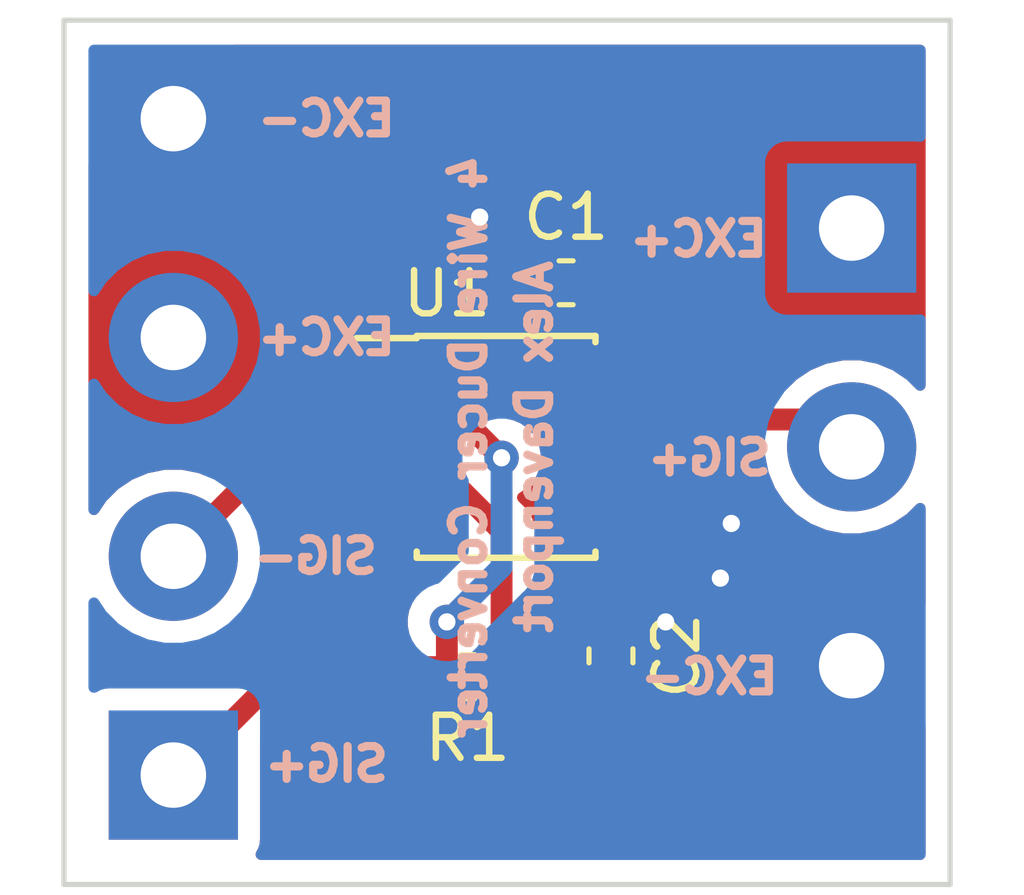
<source format=kicad_pcb>
(kicad_pcb (version 20171130) (host pcbnew "(5.1.6)-1")

  (general
    (thickness 1.6)
    (drawings 13)
    (tracks 31)
    (zones 0)
    (modules 6)
    (nets 8)
  )

  (page A4)
  (layers
    (0 F.Cu signal)
    (31 B.Cu signal)
    (32 B.Adhes user)
    (33 F.Adhes user)
    (34 B.Paste user)
    (35 F.Paste user)
    (36 B.SilkS user)
    (37 F.SilkS user)
    (38 B.Mask user)
    (39 F.Mask user)
    (40 Dwgs.User user)
    (41 Cmts.User user)
    (42 Eco1.User user)
    (43 Eco2.User user)
    (44 Edge.Cuts user)
    (45 Margin user)
    (46 B.CrtYd user hide)
    (47 F.CrtYd user hide)
    (48 B.Fab user hide)
    (49 F.Fab user hide)
  )

  (setup
    (last_trace_width 0.508)
    (user_trace_width 0.508)
    (trace_clearance 0.2)
    (zone_clearance 0.508)
    (zone_45_only no)
    (trace_min 0.2)
    (via_size 0.8)
    (via_drill 0.4)
    (via_min_size 0.4)
    (via_min_drill 0.3)
    (uvia_size 0.3)
    (uvia_drill 0.1)
    (uvias_allowed no)
    (uvia_min_size 0.2)
    (uvia_min_drill 0.1)
    (edge_width 0.05)
    (segment_width 0.2)
    (pcb_text_width 0.3)
    (pcb_text_size 1.5 1.5)
    (mod_edge_width 0.12)
    (mod_text_size 1 1)
    (mod_text_width 0.15)
    (pad_size 1.524 1.524)
    (pad_drill 0.762)
    (pad_to_mask_clearance 0.051)
    (solder_mask_min_width 0.25)
    (aux_axis_origin 0 0)
    (visible_elements 7FFFFFFF)
    (pcbplotparams
      (layerselection 0x010fc_ffffffff)
      (usegerberextensions false)
      (usegerberattributes false)
      (usegerberadvancedattributes false)
      (creategerberjobfile false)
      (excludeedgelayer true)
      (linewidth 0.100000)
      (plotframeref false)
      (viasonmask false)
      (mode 1)
      (useauxorigin false)
      (hpglpennumber 1)
      (hpglpenspeed 20)
      (hpglpendiameter 15.000000)
      (psnegative false)
      (psa4output false)
      (plotreference true)
      (plotvalue true)
      (plotinvisibletext false)
      (padsonsilk false)
      (subtractmaskfromsilk false)
      (outputformat 1)
      (mirror false)
      (drillshape 0)
      (scaleselection 1)
      (outputdirectory "gerbers/"))
  )

  (net 0 "")
  (net 1 +5V)
  (net 2 out)
  (net 3 GND)
  (net 4 in_n)
  (net 5 in_p)
  (net 6 "Net-(R1-Pad2)")
  (net 7 "Net-(R1-Pad1)")

  (net_class Default "This is the default net class."
    (clearance 0.2)
    (trace_width 0.25)
    (via_dia 0.8)
    (via_drill 0.4)
    (uvia_dia 0.3)
    (uvia_drill 0.1)
    (add_net +5V)
    (add_net GND)
    (add_net "Net-(R1-Pad1)")
    (add_net "Net-(R1-Pad2)")
    (add_net in_n)
    (add_net in_p)
    (add_net out)
  )

  (module Resistor_SMD:R_0603_1608Metric (layer F.Cu) (tedit 5B301BBD) (tstamp 5F59B152)
    (at 168.1225 86.36 180)
    (descr "Resistor SMD 0603 (1608 Metric), square (rectangular) end terminal, IPC_7351 nominal, (Body size source: http://www.tortai-tech.com/upload/download/2011102023233369053.pdf), generated with kicad-footprint-generator")
    (tags resistor)
    (path /5E5A59A0)
    (attr smd)
    (fp_text reference R1 (at 0 -1.43) (layer F.SilkS)
      (effects (font (size 1 1) (thickness 0.15)))
    )
    (fp_text value RG (at 0 1.43) (layer F.Fab)
      (effects (font (size 1 1) (thickness 0.15)))
    )
    (fp_line (start 1.48 0.73) (end -1.48 0.73) (layer F.CrtYd) (width 0.05))
    (fp_line (start 1.48 -0.73) (end 1.48 0.73) (layer F.CrtYd) (width 0.05))
    (fp_line (start -1.48 -0.73) (end 1.48 -0.73) (layer F.CrtYd) (width 0.05))
    (fp_line (start -1.48 0.73) (end -1.48 -0.73) (layer F.CrtYd) (width 0.05))
    (fp_line (start -0.162779 0.51) (end 0.162779 0.51) (layer F.SilkS) (width 0.12))
    (fp_line (start -0.162779 -0.51) (end 0.162779 -0.51) (layer F.SilkS) (width 0.12))
    (fp_line (start 0.8 0.4) (end -0.8 0.4) (layer F.Fab) (width 0.1))
    (fp_line (start 0.8 -0.4) (end 0.8 0.4) (layer F.Fab) (width 0.1))
    (fp_line (start -0.8 -0.4) (end 0.8 -0.4) (layer F.Fab) (width 0.1))
    (fp_line (start -0.8 0.4) (end -0.8 -0.4) (layer F.Fab) (width 0.1))
    (fp_text user %R (at 0 0) (layer F.Fab)
      (effects (font (size 0.4 0.4) (thickness 0.06)))
    )
    (pad 2 smd roundrect (at 0.7875 0 180) (size 0.875 0.95) (layers F.Cu F.Paste F.Mask) (roundrect_rratio 0.25)
      (net 6 "Net-(R1-Pad2)"))
    (pad 1 smd roundrect (at -0.7875 0 180) (size 0.875 0.95) (layers F.Cu F.Paste F.Mask) (roundrect_rratio 0.25)
      (net 7 "Net-(R1-Pad1)"))
    (model ${KISYS3DMOD}/Resistor_SMD.3dshapes/R_0603_1608Metric.wrl
      (at (xyz 0 0 0))
      (scale (xyz 1 1 1))
      (rotate (xyz 0 0 0))
    )
  )

  (module Capacitor_SMD:C_0603_1608Metric (layer F.Cu) (tedit 5B301BBE) (tstamp 5F59B32B)
    (at 171.45 85.8775 90)
    (descr "Capacitor SMD 0603 (1608 Metric), square (rectangular) end terminal, IPC_7351 nominal, (Body size source: http://www.tortai-tech.com/upload/download/2011102023233369053.pdf), generated with kicad-footprint-generator")
    (tags capacitor)
    (path /5E59F390)
    (attr smd)
    (fp_text reference C2 (at 0 1.524 90) (layer F.SilkS)
      (effects (font (size 1 1) (thickness 0.15)))
    )
    (fp_text value C (at 0 1.43 90) (layer F.Fab)
      (effects (font (size 1 1) (thickness 0.15)))
    )
    (fp_line (start 1.48 0.73) (end -1.48 0.73) (layer F.CrtYd) (width 0.05))
    (fp_line (start 1.48 -0.73) (end 1.48 0.73) (layer F.CrtYd) (width 0.05))
    (fp_line (start -1.48 -0.73) (end 1.48 -0.73) (layer F.CrtYd) (width 0.05))
    (fp_line (start -1.48 0.73) (end -1.48 -0.73) (layer F.CrtYd) (width 0.05))
    (fp_line (start -0.162779 0.51) (end 0.162779 0.51) (layer F.SilkS) (width 0.12))
    (fp_line (start -0.162779 -0.51) (end 0.162779 -0.51) (layer F.SilkS) (width 0.12))
    (fp_line (start 0.8 0.4) (end -0.8 0.4) (layer F.Fab) (width 0.1))
    (fp_line (start 0.8 -0.4) (end 0.8 0.4) (layer F.Fab) (width 0.1))
    (fp_line (start -0.8 -0.4) (end 0.8 -0.4) (layer F.Fab) (width 0.1))
    (fp_line (start -0.8 0.4) (end -0.8 -0.4) (layer F.Fab) (width 0.1))
    (fp_text user %R (at 0 0 90) (layer F.Fab)
      (effects (font (size 0.4 0.4) (thickness 0.06)))
    )
    (pad 2 smd roundrect (at 0.7875 0 90) (size 0.875 0.95) (layers F.Cu F.Paste F.Mask) (roundrect_rratio 0.25)
      (net 3 GND))
    (pad 1 smd roundrect (at -0.7875 0 90) (size 0.875 0.95) (layers F.Cu F.Paste F.Mask) (roundrect_rratio 0.25)
      (net 1 +5V))
    (model ${KISYS3DMOD}/Capacitor_SMD.3dshapes/C_0603_1608Metric.wrl
      (at (xyz 0 0 0))
      (scale (xyz 1 1 1))
      (rotate (xyz 0 0 0))
    )
  )

  (module Capacitor_SMD:C_0603_1608Metric (layer F.Cu) (tedit 5B301BBE) (tstamp 5E584880)
    (at 170.4085 77.216 180)
    (descr "Capacitor SMD 0603 (1608 Metric), square (rectangular) end terminal, IPC_7351 nominal, (Body size source: http://www.tortai-tech.com/upload/download/2011102023233369053.pdf), generated with kicad-footprint-generator")
    (tags capacitor)
    (path /5E59E616)
    (attr smd)
    (fp_text reference C1 (at 0 1.524 180) (layer F.SilkS)
      (effects (font (size 1 1) (thickness 0.15)))
    )
    (fp_text value C (at 0 1.43 180) (layer F.Fab)
      (effects (font (size 1 1) (thickness 0.15)))
    )
    (fp_line (start 1.48 0.73) (end -1.48 0.73) (layer F.CrtYd) (width 0.05))
    (fp_line (start 1.48 -0.73) (end 1.48 0.73) (layer F.CrtYd) (width 0.05))
    (fp_line (start -1.48 -0.73) (end 1.48 -0.73) (layer F.CrtYd) (width 0.05))
    (fp_line (start -1.48 0.73) (end -1.48 -0.73) (layer F.CrtYd) (width 0.05))
    (fp_line (start -0.162779 0.51) (end 0.162779 0.51) (layer F.SilkS) (width 0.12))
    (fp_line (start -0.162779 -0.51) (end 0.162779 -0.51) (layer F.SilkS) (width 0.12))
    (fp_line (start 0.8 0.4) (end -0.8 0.4) (layer F.Fab) (width 0.1))
    (fp_line (start 0.8 -0.4) (end 0.8 0.4) (layer F.Fab) (width 0.1))
    (fp_line (start -0.8 -0.4) (end 0.8 -0.4) (layer F.Fab) (width 0.1))
    (fp_line (start -0.8 0.4) (end -0.8 -0.4) (layer F.Fab) (width 0.1))
    (fp_text user %R (at 0 0 180) (layer F.Fab)
      (effects (font (size 0.4 0.4) (thickness 0.06)))
    )
    (pad 2 smd roundrect (at 0.7875 0 180) (size 0.875 0.95) (layers F.Cu F.Paste F.Mask) (roundrect_rratio 0.25)
      (net 3 GND))
    (pad 1 smd roundrect (at -0.7875 0 180) (size 0.875 0.95) (layers F.Cu F.Paste F.Mask) (roundrect_rratio 0.25)
      (net 1 +5V))
    (model ${KISYS3DMOD}/Capacitor_SMD.3dshapes/C_0603_1608Metric.wrl
      (at (xyz 0 0 0))
      (scale (xyz 1 1 1))
      (rotate (xyz 0 0 0))
    )
  )

  (module TerminalBlock:TerminalBlock_bornier-3_P5.08mm (layer F.Cu) (tedit 5E57F28C) (tstamp 5E584BCA)
    (at 177.038 75.946 270)
    (descr "simple 3-pin terminal block, pitch 5.08mm, revamped version of bornier3")
    (tags "terminal block bornier3")
    (path /5E589920)
    (fp_text reference J1 (at 5.05 -4.65 270) (layer F.SilkS) hide
      (effects (font (size 1 1) (thickness 0.15)))
    )
    (fp_text value Screw_Terminal_01x03 (at 5.08 5.08 270) (layer F.Fab)
      (effects (font (size 1 1) (thickness 0.15)))
    )
    (fp_line (start 12.88 4) (end -2.72 4) (layer F.CrtYd) (width 0.05))
    (fp_line (start 12.88 4) (end 12.88 -4) (layer F.CrtYd) (width 0.05))
    (fp_line (start -2.72 -4) (end -2.72 4) (layer F.CrtYd) (width 0.05))
    (fp_line (start -2.72 -4) (end 12.88 -4) (layer F.CrtYd) (width 0.05))
    (fp_line (start -2.47 3.75) (end -2.47 -3.75) (layer F.Fab) (width 0.1))
    (fp_line (start 12.63 3.75) (end -2.47 3.75) (layer F.Fab) (width 0.1))
    (fp_line (start 12.63 -3.75) (end 12.63 3.75) (layer F.Fab) (width 0.1))
    (fp_line (start -2.47 -3.75) (end 12.63 -3.75) (layer F.Fab) (width 0.1))
    (fp_line (start -2.47 2.55) (end 12.63 2.55) (layer F.Fab) (width 0.1))
    (fp_text user %R (at 5.08 0 270) (layer F.Fab)
      (effects (font (size 1 1) (thickness 0.15)))
    )
    (pad 3 thru_hole circle (at 10.16 0 270) (size 3 3) (drill 1.52) (layers *.Cu *.Mask)
      (net 3 GND))
    (pad 2 thru_hole circle (at 5.08 0 270) (size 3 3) (drill 1.52) (layers *.Cu *.Mask)
      (net 2 out))
    (pad 1 thru_hole rect (at 0 0 270) (size 3 3) (drill 1.52) (layers *.Cu *.Mask)
      (net 1 +5V))
    (model ${KISYS3DMOD}/Terminal_Blocks.3dshapes/TerminalBlock_bornier-3_P5.08mm.wrl
      (offset (xyz 5.08 0 0))
      (scale (xyz 1 1 1))
      (rotate (xyz 0 0 0))
    )
  )

  (module TerminalBlock:TerminalBlock_bornier-4_P5.08mm (layer F.Cu) (tedit 5E57F263) (tstamp 5E57F4E0)
    (at 161.29 88.646 90)
    (descr "simple 4-pin terminal block, pitch 5.08mm, revamped version of bornier4")
    (tags "terminal block bornier4")
    (path /5E5876D4)
    (fp_text reference J2 (at 7.6 -4.8 90) (layer F.SilkS) hide
      (effects (font (size 1 1) (thickness 0.15)))
    )
    (fp_text value Screw_Terminal_01x04 (at 7.366 22.86 90) (layer F.Fab)
      (effects (font (size 1 1) (thickness 0.15)))
    )
    (fp_line (start 17.97 4) (end -2.73 4) (layer F.CrtYd) (width 0.05))
    (fp_line (start 17.97 4) (end 17.97 -4) (layer F.CrtYd) (width 0.05))
    (fp_line (start -2.73 -4) (end -2.73 4) (layer F.CrtYd) (width 0.05))
    (fp_line (start -2.73 -4) (end 17.97 -4) (layer F.CrtYd) (width 0.05))
    (fp_line (start 17.72 3.75) (end -2.43 3.75) (layer F.Fab) (width 0.1))
    (fp_line (start 17.72 -3.75) (end 17.72 3.75) (layer F.Fab) (width 0.1))
    (fp_line (start -2.48 -3.75) (end 17.72 -3.75) (layer F.Fab) (width 0.1))
    (fp_line (start -2.48 3.75) (end -2.48 -3.75) (layer F.Fab) (width 0.1))
    (fp_line (start -2.43 3.75) (end -2.48 3.75) (layer F.Fab) (width 0.1))
    (fp_line (start -2.48 2.55) (end 17.72 2.55) (layer F.Fab) (width 0.1))
    (fp_text user %R (at 7.62 0 90) (layer F.Fab)
      (effects (font (size 1 1) (thickness 0.15)))
    )
    (pad 4 thru_hole circle (at 15.24 0 90) (size 3 3) (drill 1.52) (layers *.Cu *.Mask)
      (net 3 GND))
    (pad 1 thru_hole rect (at 0 0 90) (size 3 3) (drill 1.52) (layers *.Cu *.Mask)
      (net 5 in_p))
    (pad 3 thru_hole circle (at 10.16 0 90) (size 3 3) (drill 1.52) (layers *.Cu *.Mask)
      (net 1 +5V))
    (pad 2 thru_hole circle (at 5.08 0 90) (size 3 3) (drill 1.52) (layers *.Cu *.Mask)
      (net 4 in_n))
    (model ${KISYS3DMOD}/Terminal_Blocks.3dshapes/TerminalBlock_bornier-4_P5.08mm.wrl
      (offset (xyz 7.62 0 0))
      (scale (xyz 1 1 1))
      (rotate (xyz 0 0 0))
    )
  )

  (module Package_SO:SOIC-8_3.9x4.9mm_P1.27mm (layer F.Cu) (tedit 5A02F2D3) (tstamp 5F59B27F)
    (at 169.015001 81.026)
    (descr "8-Lead Plastic Small Outline (SN) - Narrow, 3.90 mm Body [SOIC] (see Microchip Packaging Specification http://ww1.microchip.com/downloads/en/PackagingSpec/00000049BQ.pdf)")
    (tags "SOIC 1.27")
    (path /5E595F4D)
    (attr smd)
    (fp_text reference U1 (at -1.375001 -3.556) (layer F.SilkS)
      (effects (font (size 1 1) (thickness 0.15)))
    )
    (fp_text value AD8226 (at 0 3.5) (layer F.Fab)
      (effects (font (size 1 1) (thickness 0.15)))
    )
    (fp_line (start -0.95 -2.45) (end 1.95 -2.45) (layer F.Fab) (width 0.1))
    (fp_line (start 1.95 -2.45) (end 1.95 2.45) (layer F.Fab) (width 0.1))
    (fp_line (start 1.95 2.45) (end -1.95 2.45) (layer F.Fab) (width 0.1))
    (fp_line (start -1.95 2.45) (end -1.95 -1.45) (layer F.Fab) (width 0.1))
    (fp_line (start -1.95 -1.45) (end -0.95 -2.45) (layer F.Fab) (width 0.1))
    (fp_line (start -3.73 -2.7) (end -3.73 2.7) (layer F.CrtYd) (width 0.05))
    (fp_line (start 3.73 -2.7) (end 3.73 2.7) (layer F.CrtYd) (width 0.05))
    (fp_line (start -3.73 -2.7) (end 3.73 -2.7) (layer F.CrtYd) (width 0.05))
    (fp_line (start -3.73 2.7) (end 3.73 2.7) (layer F.CrtYd) (width 0.05))
    (fp_line (start -2.075 -2.575) (end -2.075 -2.525) (layer F.SilkS) (width 0.15))
    (fp_line (start 2.075 -2.575) (end 2.075 -2.43) (layer F.SilkS) (width 0.15))
    (fp_line (start 2.075 2.575) (end 2.075 2.43) (layer F.SilkS) (width 0.15))
    (fp_line (start -2.075 2.575) (end -2.075 2.43) (layer F.SilkS) (width 0.15))
    (fp_line (start -2.075 -2.575) (end 2.075 -2.575) (layer F.SilkS) (width 0.15))
    (fp_line (start -2.075 2.575) (end 2.075 2.575) (layer F.SilkS) (width 0.15))
    (fp_line (start -2.075 -2.525) (end -3.475 -2.525) (layer F.SilkS) (width 0.15))
    (fp_text user %R (at 0 0) (layer F.Fab)
      (effects (font (size 1 1) (thickness 0.15)))
    )
    (pad 1 smd rect (at -2.7 -1.905) (size 1.55 0.6) (layers F.Cu F.Paste F.Mask)
      (net 4 in_n))
    (pad 2 smd rect (at -2.7 -0.635) (size 1.55 0.6) (layers F.Cu F.Paste F.Mask)
      (net 6 "Net-(R1-Pad2)"))
    (pad 3 smd rect (at -2.7 0.635) (size 1.55 0.6) (layers F.Cu F.Paste F.Mask)
      (net 7 "Net-(R1-Pad1)"))
    (pad 4 smd rect (at -2.7 1.905) (size 1.55 0.6) (layers F.Cu F.Paste F.Mask)
      (net 5 in_p))
    (pad 5 smd rect (at 2.7 1.905) (size 1.55 0.6) (layers F.Cu F.Paste F.Mask)
      (net 3 GND))
    (pad 6 smd rect (at 2.7 0.635) (size 1.55 0.6) (layers F.Cu F.Paste F.Mask)
      (net 3 GND))
    (pad 7 smd rect (at 2.7 -0.635) (size 1.55 0.6) (layers F.Cu F.Paste F.Mask)
      (net 2 out))
    (pad 8 smd rect (at 2.7 -1.905) (size 1.55 0.6) (layers F.Cu F.Paste F.Mask)
      (net 1 +5V))
    (model ${KISYS3DMOD}/Package_SO.3dshapes/SOIC-8_3.9x4.9mm_P1.27mm.wrl
      (at (xyz 0 0 0))
      (scale (xyz 1 1 1))
      (rotate (xyz 0 0 0))
    )
  )

  (gr_text "Alex Davenport" (at 169.672 81.026 90) (layer B.SilkS) (tstamp 5E57F7A7)
    (effects (font (size 0.762 0.762) (thickness 0.1905)) (justify mirror))
  )
  (gr_text SIG+ (at 164.846 88.392) (layer B.SilkS) (tstamp 5E57F7A7)
    (effects (font (size 0.762 0.762) (thickness 0.1905)) (justify mirror))
  )
  (gr_text SIG- (at 164.592 83.566) (layer B.SilkS) (tstamp 5E57F7A7)
    (effects (font (size 0.762 0.762) (thickness 0.1905)) (justify mirror))
  )
  (gr_text EXC+ (at 164.846 78.486) (layer B.SilkS) (tstamp 5E57F7A7)
    (effects (font (size 0.762 0.762) (thickness 0.1905)) (justify mirror))
  )
  (gr_text EXC- (at 164.846 73.406) (layer B.SilkS) (tstamp 5E57F7A7)
    (effects (font (size 0.762 0.762) (thickness 0.1905)) (justify mirror))
  )
  (gr_text EXC- (at 173.736 86.36) (layer B.SilkS) (tstamp 5E57F7A7)
    (effects (font (size 0.762 0.762) (thickness 0.1905)) (justify mirror))
  )
  (gr_text SIG+ (at 173.736 81.28) (layer B.SilkS) (tstamp 5E57F7A7)
    (effects (font (size 0.762 0.762) (thickness 0.1905)) (justify mirror))
  )
  (gr_text EXC+ (at 173.482 76.2) (layer B.SilkS)
    (effects (font (size 0.762 0.762) (thickness 0.1905)) (justify mirror))
  )
  (gr_text "4 Wire Ducer Converter" (at 168.148 81.026 90) (layer B.SilkS)
    (effects (font (size 0.762 0.762) (thickness 0.1905)) (justify mirror))
  )
  (gr_line (start 158.75 91.186) (end 158.75 71.12) (layer Edge.Cuts) (width 0.12) (tstamp 5E57F670))
  (gr_line (start 179.324 91.186) (end 158.75 91.186) (layer Edge.Cuts) (width 0.12))
  (gr_line (start 179.324 71.12) (end 179.324 91.186) (layer Edge.Cuts) (width 0.12))
  (gr_line (start 158.75 71.12) (end 179.324 71.12) (layer Edge.Cuts) (width 0.12))

  (segment (start 176.403 80.391) (end 177.038 81.026) (width 0.508) (layer F.Cu) (net 2))
  (segment (start 171.715001 80.391) (end 176.403 80.391) (width 0.508) (layer F.Cu) (net 2))
  (via (at 174.244 82.804) (size 0.8) (drill 0.4) (layers F.Cu B.Cu) (net 3))
  (segment (start 171.715001 81.661) (end 173.101 81.661) (width 0.508) (layer F.Cu) (net 3))
  (segment (start 173.101 81.661) (end 174.244 82.804) (width 0.508) (layer F.Cu) (net 3))
  (via (at 173.99 84.074) (size 0.8) (drill 0.4) (layers F.Cu B.Cu) (net 3))
  (segment (start 171.715001 82.931) (end 172.847 82.931) (width 0.508) (layer F.Cu) (net 3))
  (segment (start 172.847 82.931) (end 173.99 84.074) (width 0.508) (layer F.Cu) (net 3))
  (via (at 168.402 75.692) (size 0.8) (drill 0.4) (layers F.Cu B.Cu) (net 3))
  (segment (start 169.621 77.216) (end 169.621 76.911) (width 0.25) (layer F.Cu) (net 3))
  (segment (start 169.621 76.911) (end 168.402 75.692) (width 0.508) (layer F.Cu) (net 3))
  (via (at 172.72 85.09) (size 0.8) (drill 0.4) (layers F.Cu B.Cu) (net 3))
  (segment (start 171.45 85.09) (end 172.72 85.09) (width 0.508) (layer F.Cu) (net 3))
  (segment (start 161.580002 84.836) (end 161.29 84.836) (width 0.25) (layer F.Cu) (net 4))
  (segment (start 162.789999 82.066001) (end 161.29 83.566) (width 0.508) (layer F.Cu) (net 4))
  (segment (start 165.735 79.121) (end 162.789999 82.066001) (width 0.508) (layer F.Cu) (net 4))
  (segment (start 166.315001 79.121) (end 165.735 79.121) (width 0.508) (layer F.Cu) (net 4))
  (segment (start 161.408001 88.646) (end 161.29 88.646) (width 0.508) (layer F.Cu) (net 5))
  (segment (start 166.315001 83.739) (end 161.408001 88.646) (width 0.508) (layer F.Cu) (net 5))
  (segment (start 166.315001 82.931) (end 166.315001 83.739) (width 0.508) (layer F.Cu) (net 5))
  (via (at 168.91 81.28) (size 0.8) (drill 0.4) (layers F.Cu B.Cu) (net 6))
  (segment (start 166.315001 80.391) (end 168.021 80.391) (width 0.508) (layer F.Cu) (net 6))
  (segment (start 168.021 80.391) (end 168.91 81.28) (width 0.508) (layer F.Cu) (net 6))
  (segment (start 168.91 81.28) (end 168.91 83.82) (width 0.508) (layer B.Cu) (net 6))
  (via (at 167.64 85.09) (size 0.8) (drill 0.4) (layers F.Cu B.Cu) (net 6))
  (segment (start 168.91 83.82) (end 167.64 85.09) (width 0.508) (layer B.Cu) (net 6))
  (segment (start 167.64 86.055) (end 167.335 86.36) (width 0.508) (layer F.Cu) (net 6))
  (segment (start 167.64 85.09) (end 167.64 86.055) (width 0.508) (layer F.Cu) (net 6))
  (segment (start 168.91 82.972999) (end 168.91 86.36) (width 0.508) (layer F.Cu) (net 7))
  (segment (start 167.598001 81.661) (end 168.91 82.972999) (width 0.508) (layer F.Cu) (net 7))
  (segment (start 166.315001 81.661) (end 167.598001 81.661) (width 0.508) (layer F.Cu) (net 7))

  (zone (net 1) (net_name +5V) (layer F.Cu) (tstamp 5E6676C8) (hatch edge 0.508)
    (connect_pads yes (clearance 0.508))
    (min_thickness 0.254)
    (fill yes (arc_segments 32) (thermal_gap 0.508) (thermal_bridge_width 0.508))
    (polygon
      (pts
        (xy 158.496 70.866) (xy 158.496 91.44) (xy 179.578 91.44) (xy 179.578 70.866)
      )
    )
    (filled_polygon
      (pts
        (xy 178.629 79.597654) (xy 178.398983 79.367637) (xy 178.049302 79.133988) (xy 177.660756 78.973047) (xy 177.248279 78.891)
        (xy 176.827721 78.891) (xy 176.415244 78.973047) (xy 176.026698 79.133988) (xy 175.677017 79.367637) (xy 175.542654 79.502)
        (xy 172.73512 79.502) (xy 172.734181 79.501498) (xy 172.614483 79.465188) (xy 172.490001 79.452928) (xy 170.940001 79.452928)
        (xy 170.815519 79.465188) (xy 170.695821 79.501498) (xy 170.585507 79.560463) (xy 170.488816 79.639815) (xy 170.409464 79.736506)
        (xy 170.350499 79.84682) (xy 170.314189 79.966518) (xy 170.301929 80.091) (xy 170.301929 80.691) (xy 170.314189 80.815482)
        (xy 170.350499 80.93518) (xy 170.399044 81.026) (xy 170.350499 81.11682) (xy 170.314189 81.236518) (xy 170.301929 81.361)
        (xy 170.301929 81.961) (xy 170.314189 82.085482) (xy 170.350499 82.20518) (xy 170.399044 82.296) (xy 170.350499 82.38682)
        (xy 170.314189 82.506518) (xy 170.301929 82.631) (xy 170.301929 83.231) (xy 170.314189 83.355482) (xy 170.350499 83.47518)
        (xy 170.409464 83.585494) (xy 170.488816 83.682185) (xy 170.585507 83.761537) (xy 170.695821 83.820502) (xy 170.815519 83.856812)
        (xy 170.940001 83.869072) (xy 172.490001 83.869072) (xy 172.524444 83.86568) (xy 172.713765 84.055) (xy 172.618061 84.055)
        (xy 172.418102 84.094774) (xy 172.229744 84.172795) (xy 172.212959 84.18401) (xy 172.182275 84.158829) (xy 172.034142 84.07965)
        (xy 171.873408 84.030892) (xy 171.70625 84.014428) (xy 171.19375 84.014428) (xy 171.026592 84.030892) (xy 170.865858 84.07965)
        (xy 170.717725 84.158829) (xy 170.587885 84.265385) (xy 170.481329 84.395225) (xy 170.40215 84.543358) (xy 170.353392 84.704092)
        (xy 170.336928 84.87125) (xy 170.336928 85.30875) (xy 170.353392 85.475908) (xy 170.40215 85.636642) (xy 170.481329 85.784775)
        (xy 170.587885 85.914615) (xy 170.717725 86.021171) (xy 170.865858 86.10035) (xy 171.026592 86.149108) (xy 171.19375 86.165572)
        (xy 171.70625 86.165572) (xy 171.873408 86.149108) (xy 172.034142 86.10035) (xy 172.182275 86.021171) (xy 172.212959 85.99599)
        (xy 172.229744 86.007205) (xy 172.418102 86.085226) (xy 172.618061 86.125) (xy 172.821939 86.125) (xy 173.021898 86.085226)
        (xy 173.210256 86.007205) (xy 173.379774 85.893937) (xy 173.523937 85.749774) (xy 173.637205 85.580256) (xy 173.715226 85.391898)
        (xy 173.755 85.191939) (xy 173.755 85.082533) (xy 173.888061 85.109) (xy 174.091939 85.109) (xy 174.291898 85.069226)
        (xy 174.480256 84.991205) (xy 174.649774 84.877937) (xy 174.793937 84.733774) (xy 174.907205 84.564256) (xy 174.985226 84.375898)
        (xy 175.025 84.175939) (xy 175.025 83.972061) (xy 174.985226 83.772102) (xy 174.913286 83.598425) (xy 175.047937 83.463774)
        (xy 175.161205 83.294256) (xy 175.239226 83.105898) (xy 175.279 82.905939) (xy 175.279 82.702061) (xy 175.239226 82.502102)
        (xy 175.161205 82.313744) (xy 175.047937 82.144226) (xy 174.903774 82.000063) (xy 174.734256 81.886795) (xy 174.545898 81.808774)
        (xy 174.496105 81.79887) (xy 173.977235 81.28) (xy 174.911697 81.28) (xy 174.985047 81.648756) (xy 175.145988 82.037302)
        (xy 175.379637 82.386983) (xy 175.677017 82.684363) (xy 176.026698 82.918012) (xy 176.415244 83.078953) (xy 176.827721 83.161)
        (xy 177.248279 83.161) (xy 177.660756 83.078953) (xy 178.049302 82.918012) (xy 178.398983 82.684363) (xy 178.629001 82.454345)
        (xy 178.629001 84.677655) (xy 178.398983 84.447637) (xy 178.049302 84.213988) (xy 177.660756 84.053047) (xy 177.248279 83.971)
        (xy 176.827721 83.971) (xy 176.415244 84.053047) (xy 176.026698 84.213988) (xy 175.677017 84.447637) (xy 175.379637 84.745017)
        (xy 175.145988 85.094698) (xy 174.985047 85.483244) (xy 174.903 85.895721) (xy 174.903 86.316279) (xy 174.985047 86.728756)
        (xy 175.145988 87.117302) (xy 175.379637 87.466983) (xy 175.677017 87.764363) (xy 176.026698 87.998012) (xy 176.415244 88.158953)
        (xy 176.827721 88.241) (xy 177.248279 88.241) (xy 177.660756 88.158953) (xy 178.049302 87.998012) (xy 178.398983 87.764363)
        (xy 178.629001 87.534345) (xy 178.629001 90.491) (xy 163.325612 90.491) (xy 163.379502 90.39018) (xy 163.415812 90.270482)
        (xy 163.428072 90.146) (xy 163.428072 87.883164) (xy 166.745553 84.565684) (xy 166.722795 84.599744) (xy 166.644774 84.788102)
        (xy 166.605 84.988061) (xy 166.605 85.191939) (xy 166.644235 85.389186) (xy 166.640225 85.391329) (xy 166.510385 85.497885)
        (xy 166.403829 85.627725) (xy 166.32465 85.775858) (xy 166.275892 85.936592) (xy 166.259428 86.10375) (xy 166.259428 86.61625)
        (xy 166.275892 86.783408) (xy 166.32465 86.944142) (xy 166.403829 87.092275) (xy 166.510385 87.222115) (xy 166.640225 87.328671)
        (xy 166.788358 87.40785) (xy 166.949092 87.456608) (xy 167.11625 87.473072) (xy 167.55375 87.473072) (xy 167.720908 87.456608)
        (xy 167.881642 87.40785) (xy 168.029775 87.328671) (xy 168.1225 87.252574) (xy 168.215225 87.328671) (xy 168.363358 87.40785)
        (xy 168.524092 87.456608) (xy 168.69125 87.473072) (xy 169.12875 87.473072) (xy 169.295908 87.456608) (xy 169.456642 87.40785)
        (xy 169.604775 87.328671) (xy 169.734615 87.222115) (xy 169.841171 87.092275) (xy 169.92035 86.944142) (xy 169.969108 86.783408)
        (xy 169.985572 86.61625) (xy 169.985572 86.10375) (xy 169.969108 85.936592) (xy 169.92035 85.775858) (xy 169.841171 85.627725)
        (xy 169.799 85.576339) (xy 169.799 83.016659) (xy 169.8033 82.972999) (xy 169.799 82.929339) (xy 169.799 82.929332)
        (xy 169.787124 82.808753) (xy 169.786136 82.798724) (xy 169.735302 82.631146) (xy 169.718158 82.599072) (xy 169.652753 82.476708)
        (xy 169.541659 82.34134) (xy 169.507743 82.313506) (xy 169.394023 82.199787) (xy 169.400256 82.197205) (xy 169.569774 82.083937)
        (xy 169.713937 81.939774) (xy 169.827205 81.770256) (xy 169.905226 81.581898) (xy 169.945 81.381939) (xy 169.945 81.178061)
        (xy 169.905226 80.978102) (xy 169.827205 80.789744) (xy 169.713937 80.620226) (xy 169.569774 80.476063) (xy 169.400256 80.362795)
        (xy 169.211898 80.284774) (xy 169.162105 80.27487) (xy 168.680499 79.793263) (xy 168.652659 79.759341) (xy 168.517291 79.648247)
        (xy 168.362851 79.565697) (xy 168.195274 79.514864) (xy 168.064667 79.502) (xy 168.06466 79.502) (xy 168.021 79.4977)
        (xy 167.97734 79.502) (xy 167.720095 79.502) (xy 167.728073 79.421) (xy 167.728073 78.821) (xy 167.715813 78.696518)
        (xy 167.679503 78.57682) (xy 167.620538 78.466506) (xy 167.541186 78.369815) (xy 167.444495 78.290463) (xy 167.334181 78.231498)
        (xy 167.214483 78.195188) (xy 167.090001 78.182928) (xy 165.540001 78.182928) (xy 165.415519 78.195188) (xy 165.295821 78.231498)
        (xy 165.185507 78.290463) (xy 165.088816 78.369815) (xy 165.009464 78.466506) (xy 164.950499 78.57682) (xy 164.919389 78.679376)
        (xy 162.192264 81.406501) (xy 162.192258 81.406506) (xy 162.035058 81.563706) (xy 161.912756 81.513047) (xy 161.500279 81.431)
        (xy 161.079721 81.431) (xy 160.667244 81.513047) (xy 160.278698 81.673988) (xy 159.929017 81.907637) (xy 159.631637 82.205017)
        (xy 159.445 82.484339) (xy 159.445 75.590061) (xy 167.367 75.590061) (xy 167.367 75.793939) (xy 167.406774 75.993898)
        (xy 167.484795 76.182256) (xy 167.598063 76.351774) (xy 167.742226 76.495937) (xy 167.911744 76.609205) (xy 168.100102 76.687226)
        (xy 168.300061 76.727) (xy 168.362199 76.727) (xy 168.549868 76.91467) (xy 168.545428 76.95975) (xy 168.545428 77.47225)
        (xy 168.561892 77.639408) (xy 168.61065 77.800142) (xy 168.689829 77.948275) (xy 168.796385 78.078115) (xy 168.926225 78.184671)
        (xy 169.074358 78.26385) (xy 169.235092 78.312608) (xy 169.40225 78.329072) (xy 169.83975 78.329072) (xy 170.006908 78.312608)
        (xy 170.167642 78.26385) (xy 170.315775 78.184671) (xy 170.445615 78.078115) (xy 170.552171 77.948275) (xy 170.63135 77.800142)
        (xy 170.680108 77.639408) (xy 170.696572 77.47225) (xy 170.696572 76.95975) (xy 170.680108 76.792592) (xy 170.63135 76.631858)
        (xy 170.552171 76.483725) (xy 170.445615 76.353885) (xy 170.315775 76.247329) (xy 170.167642 76.16815) (xy 170.006908 76.119392)
        (xy 169.892972 76.10817) (xy 169.437 75.652199) (xy 169.437 75.590061) (xy 169.397226 75.390102) (xy 169.319205 75.201744)
        (xy 169.205937 75.032226) (xy 169.061774 74.888063) (xy 168.892256 74.774795) (xy 168.703898 74.696774) (xy 168.503939 74.657)
        (xy 168.300061 74.657) (xy 168.100102 74.696774) (xy 167.911744 74.774795) (xy 167.742226 74.888063) (xy 167.598063 75.032226)
        (xy 167.484795 75.201744) (xy 167.406774 75.390102) (xy 167.367 75.590061) (xy 159.445 75.590061) (xy 159.445 74.487661)
        (xy 159.631637 74.766983) (xy 159.929017 75.064363) (xy 160.278698 75.298012) (xy 160.667244 75.458953) (xy 161.079721 75.541)
        (xy 161.500279 75.541) (xy 161.912756 75.458953) (xy 162.301302 75.298012) (xy 162.650983 75.064363) (xy 162.948363 74.766983)
        (xy 163.182012 74.417302) (xy 163.342953 74.028756) (xy 163.425 73.616279) (xy 163.425 73.195721) (xy 163.342953 72.783244)
        (xy 163.182012 72.394698) (xy 162.948363 72.045017) (xy 162.718346 71.815) (xy 178.629 71.815)
      )
    )
  )
  (zone (net 3) (net_name GND) (layer B.Cu) (tstamp 5E6676C5) (hatch edge 0.508)
    (connect_pads yes (clearance 0.508))
    (min_thickness 0.254)
    (fill yes (arc_segments 32) (thermal_gap 0.508) (thermal_bridge_width 0.508))
    (polygon
      (pts
        (xy 158.496 70.866) (xy 158.496 91.44) (xy 179.578 91.44) (xy 179.578 70.866)
      )
    )
    (filled_polygon
      (pts
        (xy 178.629 73.81689) (xy 178.538 73.807928) (xy 175.538 73.807928) (xy 175.413518 73.820188) (xy 175.29382 73.856498)
        (xy 175.183506 73.915463) (xy 175.086815 73.994815) (xy 175.007463 74.091506) (xy 174.948498 74.20182) (xy 174.912188 74.321518)
        (xy 174.899928 74.446) (xy 174.899928 77.446) (xy 174.912188 77.570482) (xy 174.948498 77.69018) (xy 175.007463 77.800494)
        (xy 175.086815 77.897185) (xy 175.183506 77.976537) (xy 175.29382 78.035502) (xy 175.413518 78.071812) (xy 175.538 78.084072)
        (xy 178.538 78.084072) (xy 178.629 78.07511) (xy 178.629 79.597654) (xy 178.398983 79.367637) (xy 178.049302 79.133988)
        (xy 177.660756 78.973047) (xy 177.248279 78.891) (xy 176.827721 78.891) (xy 176.415244 78.973047) (xy 176.026698 79.133988)
        (xy 175.677017 79.367637) (xy 175.379637 79.665017) (xy 175.145988 80.014698) (xy 174.985047 80.403244) (xy 174.903 80.815721)
        (xy 174.903 81.236279) (xy 174.985047 81.648756) (xy 175.145988 82.037302) (xy 175.379637 82.386983) (xy 175.677017 82.684363)
        (xy 176.026698 82.918012) (xy 176.415244 83.078953) (xy 176.827721 83.161) (xy 177.248279 83.161) (xy 177.660756 83.078953)
        (xy 178.049302 82.918012) (xy 178.398983 82.684363) (xy 178.629001 82.454345) (xy 178.629001 90.491) (xy 163.325612 90.491)
        (xy 163.379502 90.39018) (xy 163.415812 90.270482) (xy 163.428072 90.146) (xy 163.428072 87.146) (xy 163.415812 87.021518)
        (xy 163.379502 86.90182) (xy 163.320537 86.791506) (xy 163.241185 86.694815) (xy 163.144494 86.615463) (xy 163.03418 86.556498)
        (xy 162.914482 86.520188) (xy 162.79 86.507928) (xy 159.79 86.507928) (xy 159.665518 86.520188) (xy 159.54582 86.556498)
        (xy 159.445 86.610388) (xy 159.445 84.647661) (xy 159.631637 84.926983) (xy 159.929017 85.224363) (xy 160.278698 85.458012)
        (xy 160.667244 85.618953) (xy 161.079721 85.701) (xy 161.500279 85.701) (xy 161.912756 85.618953) (xy 162.301302 85.458012)
        (xy 162.650983 85.224363) (xy 162.887285 84.988061) (xy 166.605 84.988061) (xy 166.605 85.191939) (xy 166.644774 85.391898)
        (xy 166.722795 85.580256) (xy 166.836063 85.749774) (xy 166.980226 85.893937) (xy 167.149744 86.007205) (xy 167.338102 86.085226)
        (xy 167.538061 86.125) (xy 167.741939 86.125) (xy 167.941898 86.085226) (xy 168.130256 86.007205) (xy 168.299774 85.893937)
        (xy 168.443937 85.749774) (xy 168.557205 85.580256) (xy 168.635226 85.391898) (xy 168.64513 85.342105) (xy 169.507741 84.479494)
        (xy 169.541659 84.451659) (xy 169.652753 84.316291) (xy 169.735303 84.161851) (xy 169.75565 84.094774) (xy 169.786136 83.994276)
        (xy 169.789406 83.961076) (xy 169.799 83.863667) (xy 169.799 83.863661) (xy 169.8033 83.820001) (xy 169.799 83.776341)
        (xy 169.799 81.812468) (xy 169.827205 81.770256) (xy 169.905226 81.581898) (xy 169.945 81.381939) (xy 169.945 81.178061)
        (xy 169.905226 80.978102) (xy 169.827205 80.789744) (xy 169.713937 80.620226) (xy 169.569774 80.476063) (xy 169.400256 80.362795)
        (xy 169.211898 80.284774) (xy 169.011939 80.245) (xy 168.808061 80.245) (xy 168.608102 80.284774) (xy 168.419744 80.362795)
        (xy 168.250226 80.476063) (xy 168.106063 80.620226) (xy 167.992795 80.789744) (xy 167.914774 80.978102) (xy 167.875 81.178061)
        (xy 167.875 81.381939) (xy 167.914774 81.581898) (xy 167.992795 81.770256) (xy 168.021 81.812468) (xy 168.021001 83.451763)
        (xy 167.387895 84.08487) (xy 167.338102 84.094774) (xy 167.149744 84.172795) (xy 166.980226 84.286063) (xy 166.836063 84.430226)
        (xy 166.722795 84.599744) (xy 166.644774 84.788102) (xy 166.605 84.988061) (xy 162.887285 84.988061) (xy 162.948363 84.926983)
        (xy 163.182012 84.577302) (xy 163.342953 84.188756) (xy 163.425 83.776279) (xy 163.425 83.355721) (xy 163.342953 82.943244)
        (xy 163.182012 82.554698) (xy 162.948363 82.205017) (xy 162.650983 81.907637) (xy 162.301302 81.673988) (xy 161.912756 81.513047)
        (xy 161.500279 81.431) (xy 161.079721 81.431) (xy 160.667244 81.513047) (xy 160.278698 81.673988) (xy 159.929017 81.907637)
        (xy 159.631637 82.205017) (xy 159.445 82.484339) (xy 159.445 79.567661) (xy 159.631637 79.846983) (xy 159.929017 80.144363)
        (xy 160.278698 80.378012) (xy 160.667244 80.538953) (xy 161.079721 80.621) (xy 161.500279 80.621) (xy 161.912756 80.538953)
        (xy 162.301302 80.378012) (xy 162.650983 80.144363) (xy 162.948363 79.846983) (xy 163.182012 79.497302) (xy 163.342953 79.108756)
        (xy 163.425 78.696279) (xy 163.425 78.275721) (xy 163.342953 77.863244) (xy 163.182012 77.474698) (xy 162.948363 77.125017)
        (xy 162.650983 76.827637) (xy 162.301302 76.593988) (xy 161.912756 76.433047) (xy 161.500279 76.351) (xy 161.079721 76.351)
        (xy 160.667244 76.433047) (xy 160.278698 76.593988) (xy 159.929017 76.827637) (xy 159.631637 77.125017) (xy 159.445 77.404339)
        (xy 159.445 71.815) (xy 178.629 71.815)
      )
    )
  )
)

</source>
